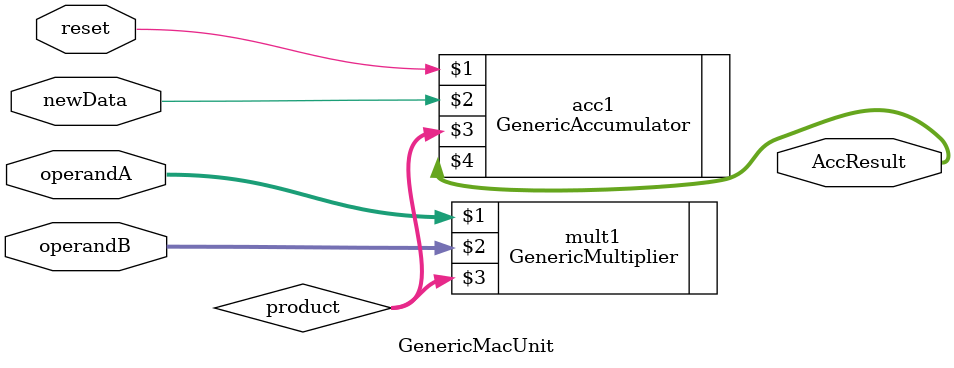
<source format=v>
`timescale 1ns / 1ps
module GenericMacUnit(reset,newData,operandA,operandB,AccResult);

parameter bitwidthA=8;
parameter bitwidthB=8;
parameter AccCycles=400;
parameter bitwidthAccRes=25;

input reset;
input newData;
input[bitwidthA-1:0] operandA; 
input[bitwidthB-1:0] operandB;
wire[bitwidthA+bitwidthB-1:0] product;
output[bitwidthAccRes-1:0] AccResult;

GenericMultiplier #(bitwidthA,bitwidthB) mult1(operandA,operandB,product);
GenericAccumulator #(bitwidthA+bitwidthB,AccCycles,bitwidthAccRes) acc1(reset,newData,product,AccResult); 

endmodule

</source>
